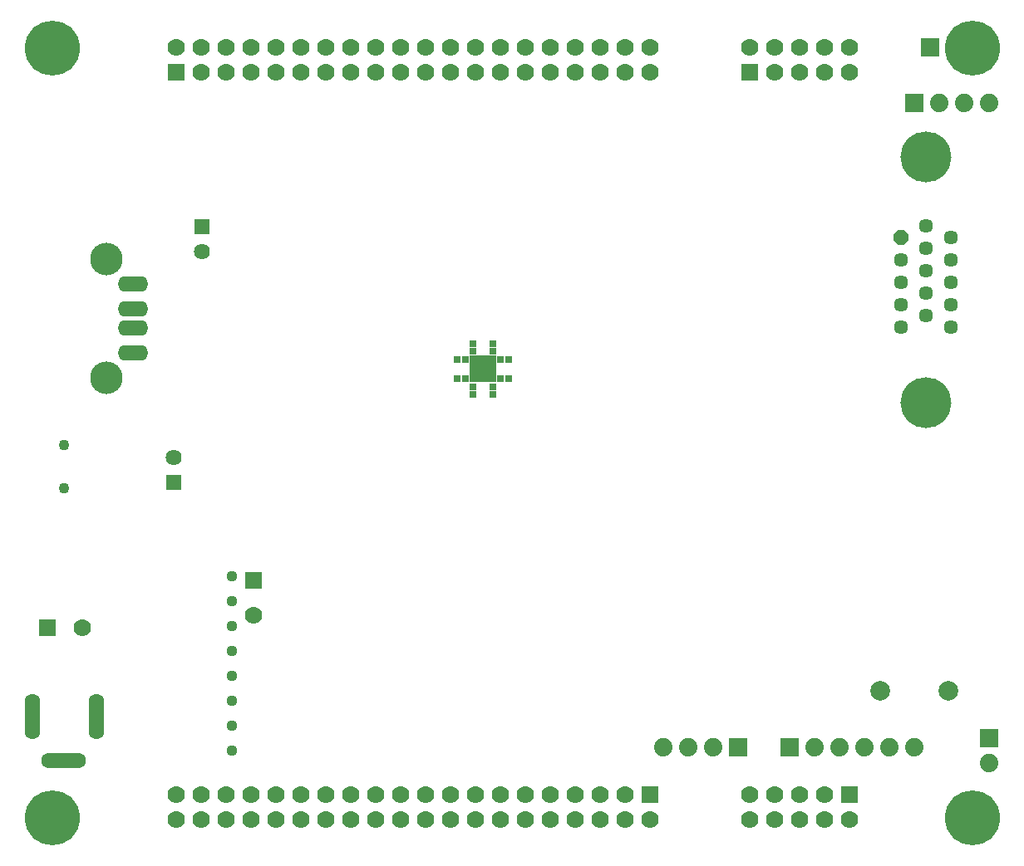
<source format=gbr>
G75*
G70*
%OFA0B0*%
%FSLAX24Y24*%
%IPPOS*%
%LPD*%
%AMOC8*
5,1,8,0,0,1.08239X$1,22.5*
%
%ADD10C,0.0631*%
%ADD11R,0.0740X0.0740*%
%ADD12R,0.0700X0.0700*%
%ADD13C,0.0700*%
%ADD14R,0.0278X0.0278*%
%ADD15R,0.1103X0.1103*%
%ADD16C,0.0740*%
%ADD17C,0.0571*%
%ADD18OC8,0.0571*%
%ADD19C,0.2040*%
%ADD20C,0.0788*%
%ADD21R,0.0640X0.0640*%
%ADD22C,0.0640*%
%ADD23C,0.0434*%
%ADD24O,0.1221X0.0631*%
%ADD25C,0.1306*%
%ADD26C,0.0440*%
%ADD27C,0.2205*%
D10*
X006653Y007771D03*
X006850Y007771D03*
X007047Y007771D03*
X007244Y007771D03*
X007441Y007771D03*
X007637Y007771D03*
X007834Y007771D03*
X008543Y008932D03*
X008543Y009129D03*
X008543Y009326D03*
X008543Y009523D03*
X008543Y009719D03*
X008543Y009916D03*
X008543Y010113D03*
X005984Y010113D03*
X005984Y009916D03*
X005984Y009719D03*
X005984Y009523D03*
X005984Y009326D03*
X005984Y009129D03*
X005984Y008932D03*
D11*
X034293Y008302D03*
X036343Y008302D03*
X044343Y008652D03*
X041343Y034152D03*
X041993Y036402D03*
D12*
X034743Y035402D03*
X011743Y035402D03*
X014853Y014972D03*
X006593Y013102D03*
X030743Y006402D03*
X038743Y006402D03*
D13*
X037743Y006402D03*
X036743Y006402D03*
X036743Y005402D03*
X037743Y005402D03*
X038743Y005402D03*
X035743Y005402D03*
X034743Y005402D03*
X034743Y006402D03*
X035743Y006402D03*
X030743Y005402D03*
X029743Y005402D03*
X028743Y005402D03*
X027743Y005402D03*
X026743Y005402D03*
X025743Y005402D03*
X024743Y005402D03*
X023743Y005402D03*
X022743Y005402D03*
X021743Y005402D03*
X020743Y005402D03*
X019743Y005402D03*
X018743Y005402D03*
X017743Y005402D03*
X016743Y005402D03*
X015743Y005402D03*
X014743Y005402D03*
X013743Y005402D03*
X012743Y005402D03*
X011743Y005402D03*
X011743Y006402D03*
X012743Y006402D03*
X013743Y006402D03*
X014743Y006402D03*
X015743Y006402D03*
X016743Y006402D03*
X017743Y006402D03*
X018743Y006402D03*
X019743Y006402D03*
X020743Y006402D03*
X021743Y006402D03*
X022743Y006402D03*
X023743Y006402D03*
X024743Y006402D03*
X025743Y006402D03*
X026743Y006402D03*
X027743Y006402D03*
X028743Y006402D03*
X029743Y006402D03*
X014853Y013572D03*
X007993Y013102D03*
X012743Y035402D03*
X013743Y035402D03*
X014743Y035402D03*
X015743Y035402D03*
X016743Y035402D03*
X017743Y035402D03*
X018743Y035402D03*
X019743Y035402D03*
X020743Y035402D03*
X021743Y035402D03*
X022743Y035402D03*
X023743Y035402D03*
X024743Y035402D03*
X025743Y035402D03*
X026743Y035402D03*
X027743Y035402D03*
X028743Y035402D03*
X029743Y035402D03*
X030743Y035402D03*
X030743Y036402D03*
X029743Y036402D03*
X028743Y036402D03*
X027743Y036402D03*
X026743Y036402D03*
X025743Y036402D03*
X024743Y036402D03*
X023743Y036402D03*
X022743Y036402D03*
X021743Y036402D03*
X020743Y036402D03*
X019743Y036402D03*
X018743Y036402D03*
X017743Y036402D03*
X016743Y036402D03*
X015743Y036402D03*
X014743Y036402D03*
X013743Y036402D03*
X012743Y036402D03*
X011743Y036402D03*
X034743Y036402D03*
X035743Y036402D03*
X035743Y035402D03*
X036743Y035402D03*
X037743Y035402D03*
X038743Y035402D03*
X038743Y036402D03*
X037743Y036402D03*
X036743Y036402D03*
D14*
X024457Y024496D03*
X024457Y024181D03*
X024772Y023866D03*
X025087Y023866D03*
X025087Y023079D03*
X024772Y023079D03*
X024457Y022764D03*
X024457Y022449D03*
X023669Y022449D03*
X023669Y022764D03*
X023354Y023079D03*
X023039Y023079D03*
X023039Y023866D03*
X023354Y023866D03*
X023669Y024181D03*
X023669Y024496D03*
D15*
X024063Y023472D03*
D16*
X031293Y008302D03*
X032293Y008302D03*
X033293Y008302D03*
X037343Y008302D03*
X038343Y008302D03*
X039343Y008302D03*
X040343Y008302D03*
X041343Y008302D03*
X044343Y007652D03*
X044343Y034152D03*
X043343Y034152D03*
X042343Y034152D03*
D17*
X041833Y029207D03*
X042833Y028757D03*
X042833Y027857D03*
X042833Y026957D03*
X042833Y026057D03*
X042833Y025157D03*
X041833Y025607D03*
X041833Y026507D03*
X041833Y027407D03*
X041833Y028307D03*
X040833Y027857D03*
X040833Y026957D03*
X040833Y026057D03*
X040833Y025157D03*
D18*
X040833Y028757D03*
D19*
X041833Y031972D03*
X041833Y022132D03*
D20*
X042731Y010571D03*
X039975Y010571D03*
D21*
X012783Y029192D03*
X011663Y018922D03*
D22*
X011663Y019922D03*
X012783Y028192D03*
D23*
X007243Y020419D03*
X007243Y018686D03*
D24*
X010010Y024124D03*
X010010Y025109D03*
X010010Y025896D03*
X010010Y026880D03*
D25*
X008943Y027892D03*
X008943Y023113D03*
D26*
X013993Y015152D03*
X013993Y014152D03*
X013993Y013152D03*
X013993Y012152D03*
X013993Y011152D03*
X013993Y010152D03*
X013993Y009152D03*
X013993Y008152D03*
D27*
X006792Y005452D03*
X006792Y036353D03*
X043694Y036353D03*
X043694Y005452D03*
M02*

</source>
